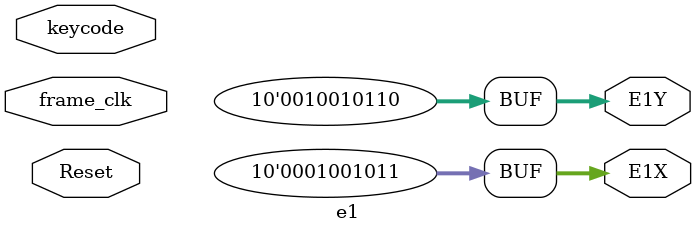
<source format=sv>



module  e1 ( input Reset, frame_clk, input [7:0] keycode,
               output [9:0]  E1X, E1Y);
    
       
    assign E1X = 75;
   
    assign E1Y = 150;
    

endmodule

</source>
